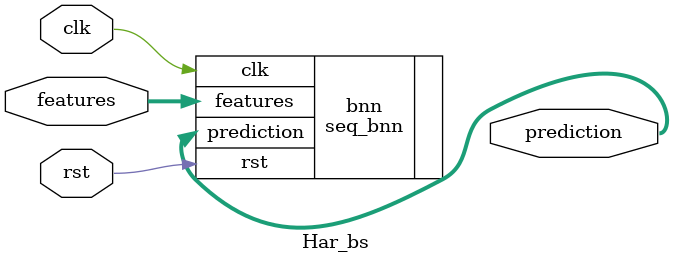
<source format=v>













module Har_bs #(

parameter FEAT_CNT = 12,
parameter HIDDEN_CNT = 40,
parameter FEAT_BITS = 4,
parameter CLASS_CNT = 6,
parameter TEST_CNT = 1000


  ) (
  input clk,
  input rst,
  input [FEAT_CNT*FEAT_BITS-1:0] features,
  output [$clog2(CLASS_CNT)-1:0] prediction
  );

  localparam Weights0 = 480'b111010100100110001110010001111111101001100000101000001000110101011100001001011000011100101111101101010010110010111000010101000001001010101010101111001000010001110000011110010011010001110100000010111011101001010000101111011111010010001111110010000001110001011011110110000000111110100000100100110101110111001001100110010010000110001101100101110000101111110000010111011111001000101010101100001000011101001100011111100011000010010100010010101011100001111100001000011010111011010111100 ;
  localparam Weights1 = 240'b001000111100001110010000101000100100111010000011111100011000110000000110111111101011001011010011101101010110011000101010010101000100001110101100011110111110011100101110010110101010010100111111011010110001010001101001111101000001101111100111 ;

  seq_bnn #(.FEAT_CNT(FEAT_CNT),.FEAT_BITS(FEAT_BITS),.HIDDEN_CNT(HIDDEN_CNT),.CLASS_CNT(CLASS_CNT),.Weights0(Weights0),.Weights1(Weights1)) bnn (
    .clk(clk),
    .rst(rst),
    .features(features),
    .prediction(prediction)
  );

endmodule

</source>
